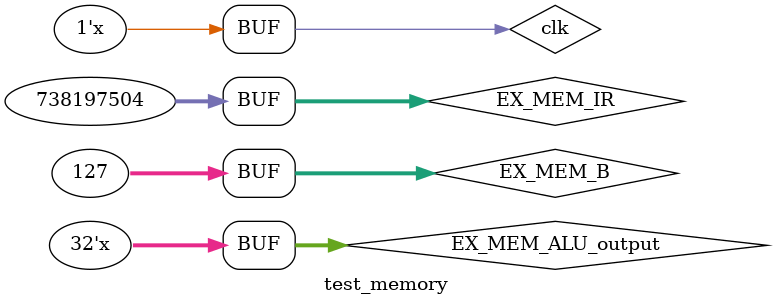
<source format=v>
`timescale 1ns / 1ps


module test_memory;

	// Inputs
	reg clk;
	reg [31:0] EX_MEM_IR;
	reg [31:0] EX_MEM_ALU_output;
	reg [31:0] EX_MEM_B;

	// Outputs
	wire [31:0] MEM_WB_LMD;

	// Instantiate the Unit Under Test (UUT)
	memory uut (
		.clk(clk), 
		.EX_MEM_IR(EX_MEM_IR), 
		.EX_MEM_ALU_output(EX_MEM_ALU_output), 
		.EX_MEM_B(EX_MEM_B), 
		.MEM_WB_LMD(MEM_WB_LMD)
	);

	initial begin
		// Initialize Inputs
		clk = 0;
		EX_MEM_IR = 0;
		EX_MEM_ALU_output = 0;
		EX_MEM_B = 127;
	end
	
	always begin
		#5 clk = ~clk;
	end
	
	always begin
		#10 EX_MEM_IR = 32'b00000100001000100001100000000000;
		#10 EX_MEM_IR = 32'b00001000001000100001100000000000;
		#10 EX_MEM_IR = 32'b00001100001000100001100000000000;
		#10 EX_MEM_IR = 32'b00010000001000100001100000000000;
		#10 EX_MEM_IR = 32'b00010100001000100001100000000000;
		#10 EX_MEM_IR = 32'b00011000001000100001100000000000;
		#10 EX_MEM_IR = 32'b00100000100001010000000000000100;
		#10 EX_MEM_IR = 32'b00100100100001010000000000001000;
		#10 EX_MEM_IR = 32'b00101000100001010000000000000000;
		#10 EX_MEM_IR = 32'b00101100000000000000000000000000;
	end
	
	always begin
		#50 EX_MEM_ALU_output = EX_MEM_ALU_output + 1;
	end
	
endmodule


</source>
